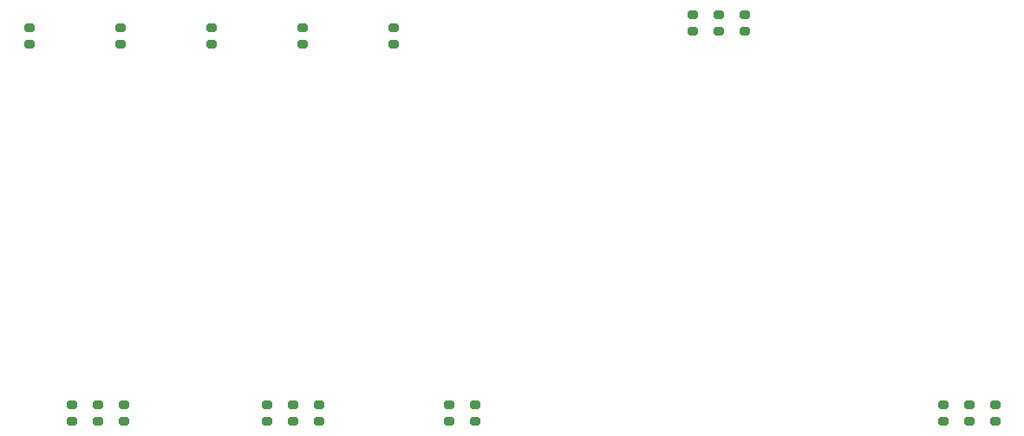
<source format=gbr>
%TF.GenerationSoftware,KiCad,Pcbnew,(6.0.2)*%
%TF.CreationDate,2022-03-23T19:52:23-07:00*%
%TF.ProjectId,main,6d61696e-2e6b-4696-9361-645f70636258,rev?*%
%TF.SameCoordinates,Original*%
%TF.FileFunction,Paste,Bot*%
%TF.FilePolarity,Positive*%
%FSLAX46Y46*%
G04 Gerber Fmt 4.6, Leading zero omitted, Abs format (unit mm)*
G04 Created by KiCad (PCBNEW (6.0.2)) date 2022-03-23 19:52:23*
%MOMM*%
%LPD*%
G01*
G04 APERTURE LIST*
G04 Aperture macros list*
%AMRoundRect*
0 Rectangle with rounded corners*
0 $1 Rounding radius*
0 $2 $3 $4 $5 $6 $7 $8 $9 X,Y pos of 4 corners*
0 Add a 4 corners polygon primitive as box body*
4,1,4,$2,$3,$4,$5,$6,$7,$8,$9,$2,$3,0*
0 Add four circle primitives for the rounded corners*
1,1,$1+$1,$2,$3*
1,1,$1+$1,$4,$5*
1,1,$1+$1,$6,$7*
1,1,$1+$1,$8,$9*
0 Add four rect primitives between the rounded corners*
20,1,$1+$1,$2,$3,$4,$5,0*
20,1,$1+$1,$4,$5,$6,$7,0*
20,1,$1+$1,$6,$7,$8,$9,0*
20,1,$1+$1,$8,$9,$2,$3,0*%
G04 Aperture macros list end*
%ADD10RoundRect,0.200000X-0.275000X0.200000X-0.275000X-0.200000X0.275000X-0.200000X0.275000X0.200000X0*%
G04 APERTURE END LIST*
D10*
%TO.C,R7*%
X147652500Y-142685000D03*
X147652500Y-144335000D03*
%TD*%
%TO.C,R9*%
X113362500Y-142685000D03*
X113362500Y-144335000D03*
%TD*%
%TO.C,R36*%
X176530000Y-104585000D03*
X176530000Y-106235000D03*
%TD*%
%TO.C,R28*%
X195912500Y-142685000D03*
X195912500Y-144335000D03*
%TD*%
%TO.C,R46*%
X124460000Y-105855000D03*
X124460000Y-107505000D03*
%TD*%
%TO.C,R30*%
X198452500Y-142685000D03*
X198452500Y-144335000D03*
%TD*%
%TO.C,R44*%
X171450000Y-104585000D03*
X171450000Y-106235000D03*
%TD*%
%TO.C,R48*%
X106680000Y-105855000D03*
X106680000Y-107505000D03*
%TD*%
%TO.C,R11*%
X115902500Y-142685000D03*
X115902500Y-144335000D03*
%TD*%
%TO.C,R13*%
X150192500Y-142685000D03*
X150192500Y-144335000D03*
%TD*%
%TO.C,R45*%
X142240000Y-105855000D03*
X142240000Y-107505000D03*
%TD*%
%TO.C,R27*%
X200992500Y-142685000D03*
X200992500Y-144335000D03*
%TD*%
%TO.C,R12*%
X129872500Y-142685000D03*
X129872500Y-144335000D03*
%TD*%
%TO.C,R47*%
X115570000Y-105855000D03*
X115570000Y-107505000D03*
%TD*%
%TO.C,R8*%
X110822500Y-142685000D03*
X110822500Y-144335000D03*
%TD*%
%TO.C,R42*%
X173990000Y-104585000D03*
X173990000Y-106235000D03*
%TD*%
%TO.C,R43*%
X133350000Y-105855000D03*
X133350000Y-107505000D03*
%TD*%
%TO.C,R14*%
X132412500Y-142685000D03*
X132412500Y-144335000D03*
%TD*%
%TO.C,R10*%
X134952500Y-142685000D03*
X134952500Y-144335000D03*
%TD*%
M02*

</source>
